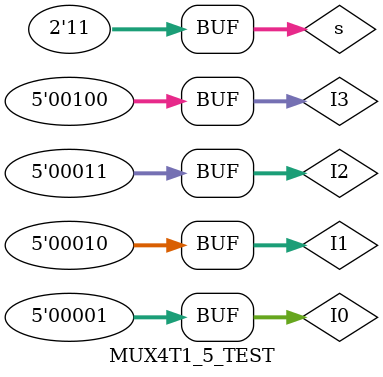
<source format=v>
`timescale 1ns / 1ps


module MUX4T1_5_TEST;

	// Inputs
	reg [1:0] s;
	reg [4:0] I0;
	reg [4:0] I1;
	reg [4:0] I2;
	reg [4:0] I3;

	// Outputs
	wire [4:0] o;

	// Instantiate the Unit Under Test (UUT)
	MUX4T1_5 uut (
		.s(s), 
		.I0(I0), 
		.I1(I1), 
		.I2(I2), 
		.I3(I3), 
		.o(o)
	);

	initial begin
		// Initialize Inputs
		s = 0;
		I0 = 0;
		I1 = 0;
		I2 = 0;
		I3 = 0;

		// Wait 100 ns for global reset to finish
		#100;
      I0 = 1;
		I1 = 2;
		I2 = 3;
		I3 = 4;
		#100;
		s = 1;
		#100;
		s = 2;
		#100;
		s = 3;
	
		// Add stimulus here

	end
      
endmodule


</source>
